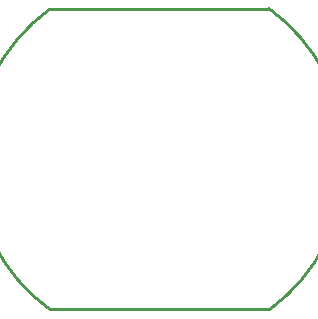
<source format=gko>
%FSLAX23Y23*%
%MOIN*%
G70*
G01*
G75*
G04 Layer_Color=16711935*
%ADD10R,0.028X0.035*%
%ADD11R,0.035X0.028*%
%ADD12R,0.043X0.039*%
%ADD13R,0.073X0.039*%
%ADD14O,0.150X0.079*%
%ADD15R,0.055X0.031*%
%ADD16R,0.057X0.022*%
%ADD17R,0.057X0.022*%
%ADD18R,0.035X0.017*%
%ADD19O,0.035X0.017*%
%ADD20R,0.040X0.012*%
%ADD21O,0.040X0.012*%
%ADD22C,0.009*%
%ADD23C,0.220*%
%ADD24C,0.059*%
%ADD25R,0.059X0.059*%
%ADD26C,0.060*%
%ADD27R,0.060X0.060*%
%ADD28C,0.024*%
%ADD29R,0.087X0.098*%
%ADD30R,0.087X0.098*%
%ADD31R,0.037X0.039*%
%ADD32C,0.004*%
%ADD33C,0.008*%
%ADD34C,0.010*%
%ADD35C,0.005*%
%ADD36C,0.006*%
%ADD37C,0.010*%
%ADD38R,0.036X0.043*%
%ADD39R,0.043X0.036*%
%ADD40R,0.051X0.047*%
%ADD41R,0.081X0.047*%
%ADD42O,0.158X0.087*%
%ADD43R,0.063X0.039*%
%ADD44R,0.065X0.030*%
%ADD45R,0.065X0.030*%
%ADD46R,0.043X0.025*%
%ADD47O,0.043X0.025*%
%ADD48R,0.048X0.020*%
%ADD49O,0.048X0.020*%
%ADD50C,0.228*%
%ADD51C,0.067*%
%ADD52R,0.067X0.067*%
%ADD53C,0.068*%
%ADD54R,0.068X0.068*%
%ADD55C,0.032*%
%ADD56R,0.095X0.106*%
%ADD57R,0.095X0.106*%
%ADD58R,0.045X0.047*%
D34*
X370Y-500D02*
G03*
X367Y502I-370J500D01*
G01*
X-365Y500D02*
G03*
X-362Y-502I365J-500D01*
G01*
X-365Y-500D02*
X365D01*
X-365Y500D02*
X370D01*
M02*

</source>
